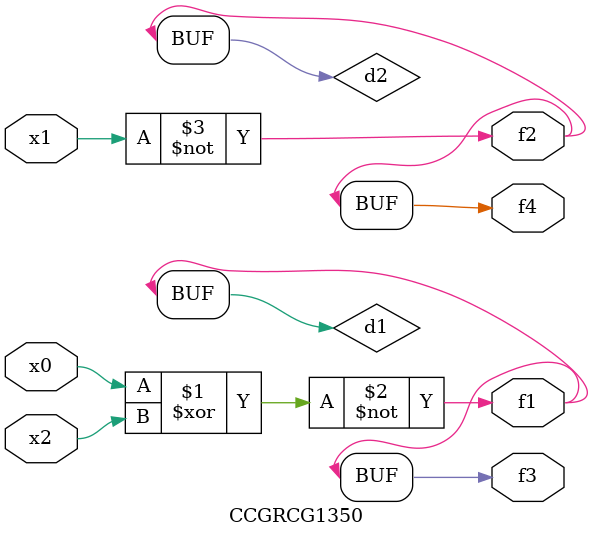
<source format=v>
module CCGRCG1350(
	input x0, x1, x2,
	output f1, f2, f3, f4
);

	wire d1, d2, d3;

	xnor (d1, x0, x2);
	nand (d2, x1);
	nor (d3, x1, x2);
	assign f1 = d1;
	assign f2 = d2;
	assign f3 = d1;
	assign f4 = d2;
endmodule

</source>
